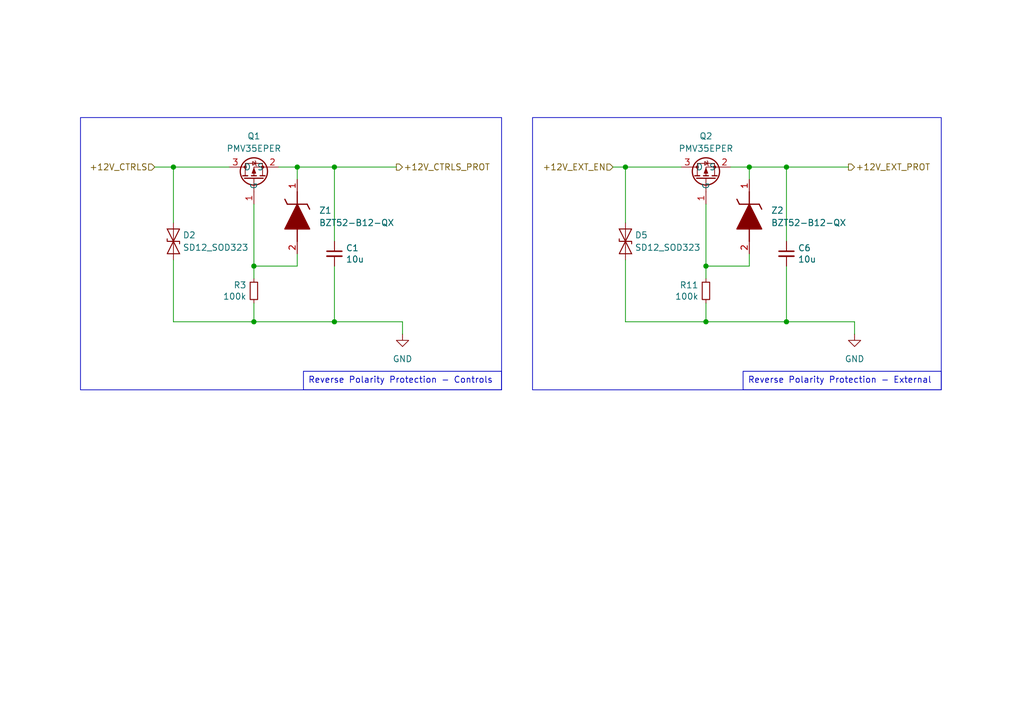
<source format=kicad_sch>
(kicad_sch (version 20250114) (generator "eeschema") (generator_version "9.0")
  (paper "A5")
  (lib_symbols
    (symbol "BZT52-B12-QX:BZT52-B12-QX" (pin_names (hide yes))
      (property "Reference" "Z" (at 10.16 8.89 0))
      (property "Value" "BZT52-B12-QX" (at 10.16 6.35 0))
      (symbol "BZT52-B12-QX_1_1"
        (polyline (pts (xy 2.54 0) (xy 5.08 0)) (stroke (width 0.254)))
        (polyline (pts (xy 4.064 -2.54) (xy 5.08 -2.032)) (stroke (width 0.254)))
        (polyline (pts (xy 5.08 2.032) (xy 5.08 -2.032)) (stroke (width 0.254)))
        (polyline (pts (xy 5.08 2.032) (xy 6.096 2.54)) (stroke (width 0.254)))
        (polyline (pts (xy 5.08 0) (xy 10.16 2.54) (xy 10.16 -2.54) (xy 5.08 0)) (stroke (width 0.254)) (fill (type outline)))
        (polyline (pts (xy 12.7 0) (xy 10.16 0)) (stroke (width 0.254)))
        (pin passive line (at 0 0 0) (length 2.54) (name "K") (number "1"))
        (pin passive line (at 15.24 0 180) (length 2.54) (name "A") (number "2"))
      )
    )
    (symbol "Device:C_Small" (pin_numbers (hide yes)) (pin_names (offset 0.254) (hide yes))
      (property "Reference" "C" (at 0.254 1.778 0))
      (property "Value" "C_Small" (at 0.254 -2.032 0))
      (symbol "C_Small_0_1"
        (polyline (pts (xy -1.524 0.508) (xy 1.524 0.508)) (stroke (width 0.3048)))
        (polyline (pts (xy -1.524 -0.508) (xy 1.524 -0.508)) (stroke (width 0.3302)))
      )
      (symbol "C_Small_1_1"
        (pin passive line (at 0 2.54 270) (length 2.032) (name "~") (number "1"))
        (pin passive line (at 0 -2.54 90) (length 2.032) (name "~") (number "2"))
      )
    )
    (symbol "Device:R_Small" (pin_numbers (hide yes)) (pin_names (offset 0.254) (hide yes))
      (property "Reference" "R" (at 0.762 0.508 0))
      (property "Value" "R_Small" (at 0.762 -1.016 0))
      (symbol "R_Small_0_1"
        (rectangle (start -0.762 1.778) (end 0.762 -1.778) (stroke (width 0.2032)))
      )
      (symbol "R_Small_1_1"
        (pin passive line (at 0 2.54 270) (length 0.762) (name "~") (number "1"))
        (pin passive line (at 0 -2.54 90) (length 0.762) (name "~") (number "2"))
      )
    )
    (symbol "Diode:SD12_SOD323" (pin_numbers (hide yes)) (pin_names (offset 1.016) (hide yes))
      (property "Reference" "D" (at 0 2.54 0))
      (property "Value" "SD12_SOD323" (at 0 -2.54 0))
      (symbol "SD12_SOD323_0_1"
        (polyline (pts (xy -2.54 -1.27) (xy 0 0) (xy -2.54 1.27) (xy -2.54 -1.27)) (stroke (width 0.2032)))
        (polyline (pts (xy 0.508 1.27) (xy 0 1.27) (xy 0 -1.27) (xy -0.508 -1.27)) (stroke (width 0.2032)))
        (polyline (pts (xy 1.27 0) (xy -1.27 0)))
        (polyline (pts (xy 2.54 1.27) (xy 2.54 -1.27) (xy 0 0) (xy 2.54 1.27)) (stroke (width 0.2032)))
      )
      (symbol "SD12_SOD323_1_1"
        (pin passive line (at -3.81 0 0) (length 2.54) (name "A1") (number "1"))
        (pin passive line (at 3.81 0 180) (length 2.54) (name "A2") (number "2"))
      )
    )
    (symbol "power:GND" (power) (pin_numbers (hide yes)) (pin_names (offset 0) (hide yes))
      (property "Value" "GND" (at 0 -3.81 0))
      (symbol "GND_0_1"
        (polyline (pts (xy 0 0) (xy 0 -1.27) (xy 1.27 -1.27) (xy 0 -2.54) (xy -1.27 -1.27) (xy 0 -1.27)))
      )
      (symbol "GND_1_1"
        (pin power_in line (at 0 0 270) (length 0) (name "~") (number "1"))
      )
    )
    (symbol "utsvt-chips:PMV35EPE"
      (property "Reference" "Q" (at 4.318 0 0))
      (property "Value" "PMV35EPE" (at 10.414 -2.032 0))
      (symbol "PMV35EPE_0_1"
        (polyline (pts (xy -1.016 1.905) (xy -1.016 -1.905)) (stroke (width 0.254)))
        (polyline (pts (xy -1.016 0) (xy -3.81 0)))
        (polyline (pts (xy -0.508 2.286) (xy -0.508 1.27)) (stroke (width 0.254)))
        (polyline (pts (xy -0.508 1.778) (xy 2.032 1.778) (xy 2.032 -1.778) (xy -0.508 -1.778)))
        (polyline (pts (xy -0.508 0.508) (xy -0.508 -0.508)) (stroke (width 0.254)))
        (polyline (pts (xy -0.508 -1.27) (xy -0.508 -2.286)) (stroke (width 0.254)))
        (circle (center 0.381 0) (radius 2.794) (stroke (width 0.254)))
        (polyline (pts (xy 1.016 0) (xy 0 0.381) (xy 0 -0.381) (xy 1.016 0)) (fill (type outline)))
        (polyline (pts (xy 1.27 2.54) (xy 1.27 1.778)))
        (circle (center 1.27 1.778) (radius 0.254) (fill (type outline)))
        (circle (center 1.27 -1.778) (radius 0.254) (fill (type outline)))
        (polyline (pts (xy 1.27 -2.54) (xy 1.27 0) (xy -0.508 0)))
        (polyline (pts (xy 1.524 -0.508) (xy 1.651 -0.381) (xy 2.413 -0.381) (xy 2.54 -0.254)))
        (polyline (pts (xy 2.032 -0.381) (xy 1.651 0.254) (xy 2.413 0.254) (xy 2.032 -0.381)))
      )
      (symbol "PMV35EPE_1_1"
        (pin input line (at -6.35 0 0) (length 2.54) (name "G") (number "1"))
        (pin passive line (at 1.27 5.08 270) (length 2.54) (name "D") (number "3"))
        (pin passive line (at 1.27 -5.08 90) (length 2.54) (name "S") (number "2"))
      )
    )
  )
  (rectangle (start 109.22 24.13) (end 193.04 80.01))
  (rectangle (start 16.51 24.13) (end 102.87 80.01))
  (text_box "Reverse Polarity Protection - External" (at 152.4 76.2 0) (size 40.64 3.81) (margins 0.9525 0.9525 0.9525 0.9525) (effects (font (size 1.27 1.27)) (justify left top)))
  (text_box "Reverse Polarity Protection - Controls" (at 62.23 76.2 0) (size 40.64 3.81) (margins 0.9525 0.9525 0.9525 0.9525) (effects (font (size 1.27 1.27)) (justify left top)))
  (junction (at 144.78 66.04))
  (junction (at 35.56 34.29))
  (junction (at 153.67 34.29))
  (junction (at 128.27 34.29))
  (junction (at 68.58 66.04))
  (junction (at 144.78 54.61))
  (junction (at 52.07 66.04))
  (junction (at 52.07 54.61))
  (junction (at 60.96 34.29))
  (junction (at 68.58 34.29))
  (junction (at 161.29 34.29))
  (junction (at 161.29 66.04))
  (wire (pts (xy 68.58 54.61) (xy 68.58 66.04)))
  (wire (pts (xy 161.29 34.29) (xy 161.29 49.53)))
  (wire (pts (xy 144.78 41.91) (xy 144.78 54.61)))
  (wire (pts (xy 35.56 34.29) (xy 35.56 45.72)))
  (wire (pts (xy 161.29 34.29) (xy 173.99 34.29)))
  (wire (pts (xy 35.56 53.34) (xy 35.56 66.04)))
  (wire (pts (xy 68.58 34.29) (xy 68.58 49.53)))
  (wire (pts (xy 153.67 52.07) (xy 153.67 54.61)))
  (wire (pts (xy 175.26 66.04) (xy 175.26 68.58)))
  (wire (pts (xy 153.67 34.29) (xy 153.67 36.83)))
  (wire (pts (xy 60.96 52.07) (xy 60.96 54.61)))
  (wire (pts (xy 68.58 66.04) (xy 82.55 66.04)))
  (wire (pts (xy 52.07 66.04) (xy 68.58 66.04)))
  (wire (pts (xy 161.29 66.04) (xy 175.26 66.04)))
  (wire (pts (xy 60.96 34.29) (xy 68.58 34.29)))
  (wire (pts (xy 144.78 54.61) (xy 144.78 57.15)))
  (wire (pts (xy 128.27 53.34) (xy 128.27 66.04)))
  (wire (pts (xy 52.07 62.23) (xy 52.07 66.04)))
  (wire (pts (xy 153.67 34.29) (xy 161.29 34.29)))
  (wire (pts (xy 60.96 54.61) (xy 52.07 54.61)))
  (wire (pts (xy 35.56 66.04) (xy 52.07 66.04)))
  (wire (pts (xy 144.78 66.04) (xy 161.29 66.04)))
  (wire (pts (xy 128.27 66.04) (xy 144.78 66.04)))
  (wire (pts (xy 57.15 34.29) (xy 60.96 34.29)))
  (wire (pts (xy 128.27 34.29) (xy 128.27 45.72)))
  (wire (pts (xy 82.55 66.04) (xy 82.55 68.58)))
  (wire (pts (xy 52.07 54.61) (xy 52.07 57.15)))
  (wire (pts (xy 60.96 34.29) (xy 60.96 36.83)))
  (wire (pts (xy 161.29 54.61) (xy 161.29 66.04)))
  (wire (pts (xy 144.78 62.23) (xy 144.78 66.04)))
  (wire (pts (xy 31.75 34.29) (xy 35.56 34.29)))
  (wire (pts (xy 149.86 34.29) (xy 153.67 34.29)))
  (wire (pts (xy 68.58 34.29) (xy 81.28 34.29)))
  (wire (pts (xy 128.27 34.29) (xy 139.7 34.29)))
  (wire (pts (xy 35.56 34.29) (xy 46.99 34.29)))
  (wire (pts (xy 153.67 54.61) (xy 144.78 54.61)))
  (wire (pts (xy 52.07 41.91) (xy 52.07 54.61)))
  (wire (pts (xy 125.73 34.29) (xy 128.27 34.29)))
  (hierarchical_label "+12V_CTRLS_PROT" (shape output) (at 81.28 34.29 0))
  (hierarchical_label "+12V_EXT_EN" (shape input) (at 125.73 34.29 180))
  (hierarchical_label "+12V_EXT_PROT" (shape output) (at 173.99 34.29 0))
  (hierarchical_label "+12V_CTRLS" (shape input) (at 31.75 34.29 180))
  (symbol (lib_id "power:GND") (at 82.55 68.58 0) (mirror y) (unit 1)
    (property "Reference" "#PWR06" (effects (hide yes)))
    (property "Value" "GND" (at 82.55 73.66 0))
    (property "Description" "Power symbol creates a global label with name \"GND\" , ground" (effects (hide yes)))
  )
  (symbol (lib_id "utsvt-chips:PMV35EPE") (at 144.78 35.56 90) (unit 1)
    (property "Reference" "Q2" (at 144.78 27.94 90))
    (property "Value" "PMV35EPER" (at 144.78 30.48 90))
    (property "Footprint" "Package_TO_SOT_SMD:SOT-23" (effects (hide yes)))
    (property "Datasheet" "https://www.mouser.com/datasheet/2/916/PMV35EPE-1539905.pdf" (effects (hide yes)))
    (property "Description" "30 V, P-channel Trench MOSFET" (effects (hide yes)))
    (property "P/N" "PMV35EPER" (effects (hide yes)))
  )
  (symbol (lib_id "Device:C_Small") (at 161.29 52.07 0) (unit 1)
    (property "Reference" "C6" (at 163.6268 50.9016 0) (effects (justify left)))
    (property "Value" "10u" (at 163.6268 53.213 0) (effects (justify left)))
    (property "Footprint" "Capacitor_SMD:C_0805_2012Metric" (effects (hide yes)))
    (property "Datasheet" "https://connect.kemet.com:7667/gateway/IntelliData-ComponentDocumentation/1.0/download/specsheet/C0805C105K3PACTU" (effects (hide yes)))
    (property "P/N" "C0805C105K3PACTU" (effects (hide yes)))
  )
  (symbol (lib_id "Diode:SD12_SOD323") (at 35.56 49.53 90) (unit 1)
    (property "Reference" "D2" (at 37.465 48.26 90) (effects (justify right)))
    (property "Value" "SD12_SOD323" (at 37.465 50.8 90) (effects (justify right)))
    (property "Footprint" "Diode_SMD:D_SOD-323" (effects (hide yes)))
    (property "Datasheet" "https://www.mouser.com/ProductDetail/Semtech/SD12C.TCT?qs=rBWM4%252BvDhIcn8cYIj7pElQ%3D%3D" (effects (hide yes)))
    (property "P/N" "SD12C.TCT" (effects (hide yes)))
  )
  (symbol (lib_id "Device:R_Small") (at 144.78 59.69 0) (mirror x) (unit 1)
    (property "Reference" "R11" (at 143.2814 58.5216 0) (effects (justify right)))
    (property "Value" "100k" (at 143.2814 60.833 0) (effects (justify right)))
    (property "Footprint" "Resistor_SMD:R_0805_2012Metric" (effects (hide yes)))
    (property "Datasheet" "https://www.mouser.com/datasheet/2/210/Kamaya_RMC_automotive_series_8_2022__1_-3032429.pdf" (effects (hide yes)))
    (property "P/N" "CRCW0805100KFKEAC" (effects (hide yes)))
  )
  (symbol (lib_id "power:GND") (at 175.26 68.58 0) (mirror y) (unit 1)
    (property "Reference" "#PWR05" (effects (hide yes)))
    (property "Value" "GND" (at 175.26 73.66 0))
    (property "Description" "Power symbol creates a global label with name \"GND\" , ground" (effects (hide yes)))
  )
  (symbol (lib_id "Device:R_Small") (at 52.07 59.69 0) (mirror x) (unit 1)
    (property "Reference" "R3" (at 50.5714 58.5216 0) (effects (justify right)))
    (property "Value" "100k" (at 50.5714 60.833 0) (effects (justify right)))
    (property "Footprint" "Resistor_SMD:R_0805_2012Metric" (effects (hide yes)))
    (property "Datasheet" "https://www.mouser.com/datasheet/2/210/Kamaya_RMC_automotive_series_8_2022__1_-3032429.pdf" (effects (hide yes)))
    (property "P/N" "CRCW0805100KFKEAC" (effects (hide yes)))
  )
  (symbol (lib_id "BZT52-B12-QX:BZT52-B12-QX") (at 153.67 36.83 270) (unit 1)
    (property "Reference" "Z2" (at 158.115 43.1799 90) (effects (justify left)))
    (property "Value" "BZT52-B12-QX" (at 158.115 45.7199 90) (effects (justify left)))
    (property "Footprint" "Zener:BZT52B12QX" (effects (hide yes)))
    (property "Datasheet" "https://assets.nexperia.com/documents/data-sheet/BZT52-B-Q_SER.pdf" (effects (hide yes)))
    (property "Description" "plastic surface-mounted package; 2 leads .SOD123,VF:0.9v,IF = 10 mA," (effects (hide yes)))
    (property "Height" "1.3" (effects (hide yes)))
    (property "Mouser Part Number" "771-BZT52-B12-QX" (effects (hide yes)))
    (property "Mouser Price/Stock" "https://www.mouser.co.uk/ProductDetail/Nexperia/BZT52-B12-QX?qs=rQFj71Wb1eVMbK8ZYprizw%3D%3D" (effects (hide yes)))
    (property "Manufacturer_Name" "Nexperia" (effects (hide yes)))
    (property "Manufacturer_Part_Number" "BZT52-B12-QX" (effects (hide yes)))
    (property "P/N" "BZT52-B12-QX" (effects (hide yes)))
  )
  (symbol (lib_id "Device:C_Small") (at 68.58 52.07 0) (unit 1)
    (property "Reference" "C1" (at 70.9168 50.9016 0) (effects (justify left)))
    (property "Value" "10u" (at 70.9168 53.213 0) (effects (justify left)))
    (property "Footprint" "Capacitor_SMD:C_0805_2012Metric" (effects (hide yes)))
    (property "Datasheet" "https://connect.kemet.com:7667/gateway/IntelliData-ComponentDocumentation/1.0/download/specsheet/C0805C105K3PACTU" (effects (hide yes)))
    (property "P/N" "C0805C105K3PACTU" (effects (hide yes)))
  )
  (symbol (lib_id "BZT52-B12-QX:BZT52-B12-QX") (at 60.96 36.83 270) (unit 1)
    (property "Reference" "Z1" (at 65.405 43.1799 90) (effects (justify left)))
    (property "Value" "BZT52-B12-QX" (at 65.405 45.7199 90) (effects (justify left)))
    (property "Footprint" "Zener:BZT52B12QX" (effects (hide yes)))
    (property "Datasheet" "https://assets.nexperia.com/documents/data-sheet/BZT52-B-Q_SER.pdf" (effects (hide yes)))
    (property "Description" "plastic surface-mounted package; 2 leads .SOD123,VF:0.9v,IF = 10 mA," (effects (hide yes)))
    (property "Height" "1.3" (effects (hide yes)))
    (property "Mouser Part Number" "771-BZT52-B12-QX" (effects (hide yes)))
    (property "Mouser Price/Stock" "https://www.mouser.co.uk/ProductDetail/Nexperia/BZT52-B12-QX?qs=rQFj71Wb1eVMbK8ZYprizw%3D%3D" (effects (hide yes)))
    (property "Manufacturer_Name" "Nexperia" (effects (hide yes)))
    (property "Manufacturer_Part_Number" "BZT52-B12-QX" (effects (hide yes)))
    (property "P/N" "BZT52-B12-QX" (effects (hide yes)))
  )
  (symbol (lib_id "Diode:SD12_SOD323") (at 128.27 49.53 90) (unit 1)
    (property "Reference" "D5" (at 130.175 48.26 90) (effects (justify right)))
    (property "Value" "SD12_SOD323" (at 130.175 50.8 90) (effects (justify right)))
    (property "Footprint" "Diode_SMD:D_SOD-323" (effects (hide yes)))
    (property "Datasheet" "https://www.mouser.com/ProductDetail/Semtech/SD12C.TCT?qs=rBWM4%252BvDhIcn8cYIj7pElQ%3D%3D" (effects (hide yes)))
    (property "P/N" "SD12C.TCT" (effects (hide yes)))
  )
  (symbol (lib_id "utsvt-chips:PMV35EPE") (at 52.07 35.56 90) (unit 1)
    (property "Reference" "Q1" (at 52.07 27.94 90))
    (property "Value" "PMV35EPER" (at 52.07 30.48 90))
    (property "Footprint" "Package_TO_SOT_SMD:SOT-23" (effects (hide yes)))
    (property "Datasheet" "https://www.mouser.com/datasheet/2/916/PMV35EPE-1539905.pdf" (effects (hide yes)))
    (property "Description" "30 V, P-channel Trench MOSFET" (effects (hide yes)))
    (property "P/N" "PMV35EPER" (effects (hide yes)))
  )
)
</source>
